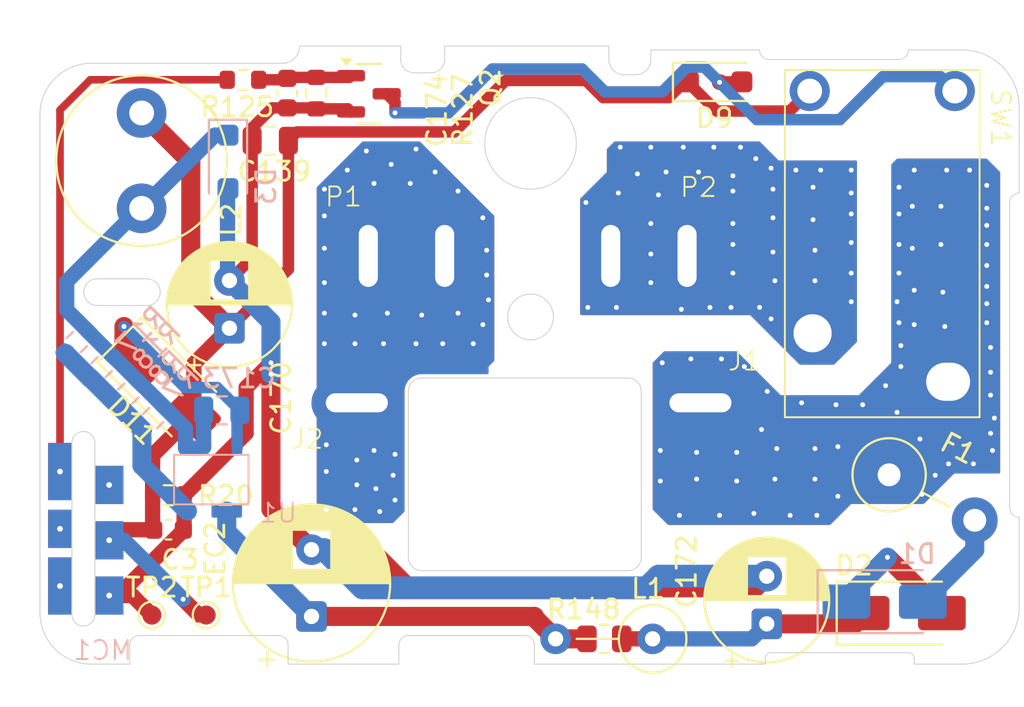
<source format=kicad_pcb>
(kicad_pcb (version 20241229) (generator "pcbnew") (generator_version "9.0")
  (title_block (date "2025-07-30"))
  (layers (0 "F.Cu" signal) (2 "B.Cu" signal) (13 "F.Paste" user) (15 "B.Paste" user) (5 "F.SilkS" user "F.Silkscreen") (7 "B.SilkS" user "B.Silkscreen") (1 "F.Mask" user) (3 "B.Mask" user) (25 "Edge.Cuts" user))
  (net 0 "")
  (net 1 "GND")
  (net 2 "+5V")
  (net 3 "Net-(D2-K)")
  (net 4 "Net-(D11-K)")
  (net 5 "/power supply/U1_GND")
  (net 6 "Net-(Q2-B)")
  (net 7 "FUSED_AC")
  (net 8 "Net-(D1-K)")
  (net 9 "Net-(D9-A)")
  (net 10 "/power supply/HVDC")
  (net 11 "/power control/LINE_IN")
  (net 12 "/power control/LINE_OUT")
  (net 13 "OUTPUT_ON")
  (net 14 "Net-(U1-CS)")
  (footprint "Package_TO_SOT_SMD:SOT-23" (layer "F.Cu") (at 134.625 88.8)
    (property "Reference" "Q2" (at 6.375 -0.325 90) (layer "F.SilkS"))
    (property "Value" "MMBT3904")
    (pad "1" smd roundrect (at -0.9375 -0.95) (size 1.475 0.6) (layers "F.Cu" "F.Mask" "F.Paste") (net 6 "Net-(Q2-B)"))
    (pad "2" smd roundrect (at -0.9375 0.95) (size 1.475 0.6) (layers "F.Cu" "F.Mask" "F.Paste") (net 1 "GND"))
    (pad "3" smd roundrect (at 0.9375 0) (size 1.475 0.6) (layers "F.Cu" "F.Mask" "F.Paste") (net 9 "Net-(D9-A)"))
  )
  (footprint "Capacitor_THT:CP_Radial_D6.3mm_P2.50mm" (layer "F.Cu") (at 155.475 116.589759 90)
    (property "Reference" "C172" (at 2.75 -4.2 90) (layer "F.SilkS"))
    (property "Value" "2.2µ")
    (pad "1" thru_hole roundrect (at 0 0 90) (size 1.6 1.6) (drill 0.8) (layers "*.Cu" "*.Mask") (roundrect_rratio 0.15625) (net 3 "Net-(D2-K)"))
    (pad "2" thru_hole circle (at 2.5 0 90) (size 1.6 1.6) (drill 0.8) (layers "*.Cu" "*.Mask") (net 1 "GND"))
  )
  (footprint "Resistor_SMD:R_0603_1608Metric" (layer "F.Cu") (at 124.125 109.845 180)
    (property "Reference" "R20" (at -3 -0.03 0) (layer "F.SilkS"))
    (property "Value" "510")
    (pad "1" smd roundrect (at -0.825 0 180) (size 0.8 0.95) (layers "F.Cu" "F.Mask" "F.Paste") (net 1 "GND"))
    (pad "2" smd roundrect (at 0.825 0 180) (size 0.8 0.95) (layers "F.Cu" "F.Mask" "F.Paste") (net 2 "+5V"))
  )
  (footprint "Capacitor_THT:CP_Radial_D6.3mm_P2.50mm" (layer "F.Cu") (at 127.325 101.089759 90)
    (property "Reference" "C170" (at -3.65 2.7 90) (layer "F.SilkS"))
    (property "Value" "470µ")
    (pad "1" thru_hole roundrect (at 0 0 90) (size 1.6 1.6) (drill 0.8) (layers "*.Cu" "*.Mask") (roundrect_rratio 0.15625) (net 2 "+5V"))
    (pad "2" thru_hole circle (at 2.5 0 90) (size 1.6 1.6) (drill 0.8) (layers "*.Cu" "*.Mask") (net 1 "GND"))
  )
  (footprint "Resistor_SMD:R_0603_1608Metric" (layer "F.Cu") (at 128.035 88.065 180)
    (property "Reference" "R125" (at 0.3 -1.43 0) (layer "F.SilkS"))
    (property "Value" "510")
    (pad "1" smd roundrect (at -0.825 0 180) (size 0.8 0.95) (layers "F.Cu" "F.Mask" "F.Paste") (net 6 "Net-(Q2-B)"))
    (pad "2" smd roundrect (at 0.825 0 180) (size 0.8 0.95) (layers "F.Cu" "F.Mask" "F.Paste") (net 13 "OUTPUT_ON"))
  )
  (footprint "TestPoint:TestPoint_Pad_D1.0mm" (layer "F.Cu") (at 123.259969 116.128711)
    (property "Reference" "TP2" (at 0 -1.448 0) (layer "F.SilkS"))
    (property "Value" "TestPoint" (hide yes))
    (pad "1" smd circle (at 0 0) (size 1 1) (layers "F.Cu" "F.Mask") (net 1 "GND"))
  )
  (footprint "designfootprints:NEMA_5R_slot" (layer "F.Cu") (at 149.3 97.3)
    (property "Reference" "P2" (at 2.6 -3.6 0) (layer "F.SilkS") (effects (font (thickness 0.1))))
    (property "Value" "Conn_01x01")
    (pad "1" thru_hole oval (at -2 0 90) (size 4.75 2.5) (drill oval 3.25 1) (layers "*.Cu" "*.Paste" "*.Mask") (net 12 "/power control/LINE_OUT"))
    (pad "1" thru_hole oval (at 2 0 90) (size 4.75 2.5) (drill oval 3.25 1) (layers "*.Cu" "*.Paste" "*.Mask") (net 12 "/power control/LINE_OUT"))
  )
  (footprint "Resistor_SMD:R_0805_2012Metric" (layer "F.Cu") (at 146.965 117.375 180)
    (property "Reference" "R148" (at 1.085 1.55 0) (layer "F.SilkS"))
    (property "Value" "3.6k")
    (pad "1" smd roundrect (at -0.9125 0 180) (size 1.025 1.4) (layers "F.Cu" "F.Mask" "F.Paste") (roundrect_rratio 0.243902) (net 3 "Net-(D2-K)"))
    (pad "2" smd roundrect (at 0.9125 0 180) (size 1.025 1.4) (layers "F.Cu" "F.Mask" "F.Paste") (roundrect_rratio 0.243902) (net 10 "/power supply/HVDC"))
  )
  (footprint "Diode_SMD:D_SOD-123F" (layer "F.Cu") (at 152.77 88.175)
    (property "Reference" "D9" (at -0.037 1.895 0) (layer "F.SilkS"))
    (property "Value" "SS14")
    (pad "1" smd roundrect (at -1.4 0) (size 1.1 1.1) (layers "F.Cu" "F.Mask" "F.Paste") (roundrect_rratio 0.2272727273) (net 2 "+5V"))
    (pad "2" smd roundrect (at 1.4 0) (size 1.1 1.1) (layers "F.Cu" "F.Mask" "F.Paste") (roundrect_rratio 0.2272727273) (net 9 "Net-(D9-A)"))
  )
  (footprint "designfootprints:NEMA_5P_pin" (layer "F.Cu") (at 152 105)
    (property "Reference" "J1" (at 2.3 -2.2 0) (layer "F.SilkS") (effects (font (thickness 0.1))))
    (property "Value" "Conn_01x01" (hide yes))
    (pad "1" thru_hole oval (at 0 0) (size 4.75 2.5) (drill oval 3.25 1) (layers "*.Cu" "*.Paste" "*.Mask") (net 11 "/power control/LINE_IN"))
  )
  (footprint "TestPoint:TestPoint_Pad_D1.0mm" (layer "F.Cu") (at 126.105 116.125)
    (property "Reference" "TP1" (at 0 -1.448 0) (layer "F.SilkS"))
    (property "Value" "TestPoint" (hide yes))
    (pad "1" smd circle (at 0 0) (size 1 1) (layers "F.Cu" "F.Mask") (net 2 "+5V"))
  )
  (footprint "Capacitor_SMD:C_0805_2012Metric" (layer "F.Cu") (at 129.465 91.255)
    (property "Reference" "C139" (at 0.203748 1.62 0) (layer "F.SilkS"))
    (property "Value" "C" (hide yes))
    (pad "1" smd roundrect (at -0.95 0) (size 1 1.45) (layers "F.Cu" "F.Mask" "F.Paste") (net 1 "GND"))
    (pad "2" smd roundrect (at 0.95 0) (size 1 1.45) (layers "F.Cu" "F.Mask" "F.Paste") (net 2 "+5V"))
  )
  (footprint "Resistor_THT:R_Axial_DIN0411_L9.9mm_D3.6mm_P5.08mm_Vertical" (layer "F.Cu") (at 161.885 108.775 -28)
    (property "Reference" "F1" (at 2.540001 -2.920001 152) (layer "F.SilkS"))
    (property "Value" "10Ω")
    (pad "1" thru_hole circle (at 0 0 332) (size 2.4 2.4) (drill 1.2) (layers "*.Cu" "*.Mask") (net 11 "/power control/LINE_IN"))
    (pad "2" thru_hole circle (at 5.080001 0 332) (size 2.4 2.4) (drill 1.2) (layers "*.Cu" "*.Mask") (net 7 "FUSED_AC"))
  )
  (footprint "Diode_SMD:D_SMA" (layer "F.Cu") (at 124.05 104.175 -45)
    (property "Reference" "D11" (at -0.042426 2.513387 135) (layer "F.SilkS"))
    (property "Value" "M7")
    (pad "1" smd roundrect (at -2.000001 0 315) (size 2.5 1.8) (layers "F.Cu" "F.Mask" "F.Paste") (roundrect_rratio 0.1388888889) (net 4 "Net-(D11-K)"))
    (pad "2" smd roundrect (at 2.000001 0 315) (size 2.5 1.8) (layers "F.Cu" "F.Mask" "F.Paste") (roundrect_rratio 0.1388888889) (net 2 "+5V"))
  )
  (footprint "Inductor_THT:L_Radial_D8.7mm_P5.00mm_Fastron_07HCP" (layer "F.Cu") (at 122.725 94.805 90)
    (property "Reference" "L2" (at -0.6 4.7 90) (layer "F.SilkS"))
    (property "Value" "470µH")
    (pad "1" thru_hole circle (at 0 0 90) (size 2.6 2.6) (drill 1.3) (layers "*.Cu" "*.Mask") (net 5 "/power supply/U1_GND"))
    (pad "2" thru_hole circle (at 5 0 90) (size 2.6 2.6) (drill 1.3) (layers "*.Cu" "*.Mask") (net 2 "+5V"))
  )
  (footprint "Capacitor_SMD:C_0603_1608Metric" (layer "F.Cu") (at 130.355 88.765 -90)
    (property "Reference" "C174" (at 0.9 -7.83 90) (layer "F.SilkS"))
    (property "Value" "C" (hide yes))
    (pad "1" smd roundrect (at -0.775 0 270) (size 0.9 0.95) (layers "F.Cu" "F.Mask" "F.Paste") (net 6 "Net-(Q2-B)"))
    (pad "2" smd roundrect (at 0.775 0 270) (size 0.9 0.95) (layers "F.Cu" "F.Mask" "F.Paste") (net 1 "GND"))
  )
  (footprint "Capacitor_SMD:C_0603_1608Metric" (layer "F.Cu") (at 124.135 111.655)
    (property "Reference" "C3" (at 0.6 1.57 0) (layer "F.SilkS"))
    (property "Value" "10µ")
    (pad "1" smd roundrect (at -0.775 0) (size 0.9 0.95) (layers "F.Cu" "F.Mask" "F.Paste") (net 2 "+5V"))
    (pad "2" smd roundrect (at 0.775 0) (size 0.9 0.95) (layers "F.Cu" "F.Mask" "F.Paste") (net 1 "GND"))
  )
  (footprint "designfootprints:NEMA_5R_slot" (layer "F.Cu") (at 136.6 97.3)
    (property "Reference" "P1" (at -3.3 -3.1 0) (layer "F.SilkS") (effects (font (thickness 0.1))))
    (property "Value" "Conn_01x01")
    (pad "1" thru_hole oval (at -2 0 90) (size 4.75 2.5) (drill oval 3.25 1) (layers "*.Cu" "*.Paste" "*.Mask") (net 1 "GND"))
    (pad "1" thru_hole oval (at 2 0 90) (size 4.75 2.5) (drill oval 3.25 1) (layers "*.Cu" "*.Paste" "*.Mask") (net 1 "GND"))
  )
  (footprint "Capacitor_THT:CP_Radial_D8.0mm_P3.50mm" (layer "F.Cu") (at 131.625 116.200302 90)
    (property "Reference" "EC2" (at 3.55 -5.05 90) (layer "F.SilkS"))
    (property "Value" "10µ")
    (pad "1" thru_hole roundrect (at 0 0 90) (size 1.6 1.6) (drill 0.8) (layers "*.Cu" "*.Mask") (roundrect_rratio 0.15625) (net 10 "/power supply/HVDC"))
    (pad "2" thru_hole circle (at 3.5 0 90) (size 1.6 1.6) (drill 0.8) (layers "*.Cu" "*.Mask") (net 1 "GND"))
  )
  (footprint "Inductor_THT:L_Axial_L7.0mm_D3.3mm_P5.08mm_Vertical_Fastron_MICC" (layer "F.Cu") (at 149.495 117.375 180)
    (property "Reference" "L1" (at 0.24 2.63 0) (layer "F.SilkS"))
    (property "Value" "470µH")
    (pad "1" thru_hole circle (at 0 0 180) (size 1.6 1.6) (drill 0.8) (layers "*.Cu" "*.Mask") (net 3 "Net-(D2-K)"))
    (pad "2" thru_hole circle (at 5.08 0 180) (size 1.6 1.6) (drill 0.8) (layers "*.Cu" "*.Mask") (net 10 "/power supply/HVDC"))
  )
  (footprint "designfootprints:NEMA_5P_pin" (layer "F.Cu") (at 134 105)
    (property "Reference" "J2" (at -2.6 1.9 0) (layer "F.SilkS") (effects (font (thickness 0.1))))
    (property "Value" "Conn_01x01" (hide yes))
    (pad "1" thru_hole oval (at 0 0) (size 4.75 2.5) (drill oval 3.25 1) (layers "*.Cu" "*.Paste" "*.Mask") (net 1 "GND"))
  )
  (footprint "Diode_SMD:D_SMA" (layer "F.Cu") (at 162.65 116.025)
    (property "Reference" "D2" (at -2.6 -2.5 0) (layer "F.SilkS"))
    (property "Value" "M7")
    (pad "1" smd roundrect (at -2 0) (size 2.5 1.8) (layers "F.Cu" "F.Mask" "F.Paste") (roundrect_rratio 0.1388888889) (net 3 "Net-(D2-K)"))
    (pad "2" smd roundrect (at 2 0) (size 2.5 1.8) (layers "F.Cu" "F.Mask" "F.Paste") (roundrect_rratio 0.1388888889) (net 8 "Net-(D1-K)"))
  )
  (footprint "designfootprints:Relay_SPST_Churod_A16" (layer "F.Cu") (at 165.325 88.655 -90)
    (property "Reference" "SW1" (at 1.4 -2.4 270) (layer "F.SilkS") (effects (font (thickness 0.1))))
    (property "Value" "Relay_SPST-NO")
    (pad "13" thru_hole circle (at 12.7 7.45 270) (size 3.3 3.3) (drill 2) (layers "*.Cu" "*.Mask") (net 12 "/power control/LINE_OUT"))
    (pad "14" thru_hole circle (at 15.24 0.35 270) (size 3.3 3.3) (drill oval 2 2.3) (layers "*.Cu" "*.Mask") (net 11 "/power control/LINE_IN"))
    (pad "A1" thru_hole circle (at 0 0 270) (size 2.1 2.1) (drill 1.3) (layers "*.Cu" "*.Paste" "*.Mask") (net 9 "Net-(D9-A)"))
    (pad "A2" thru_hole circle (at 0 7.6 270) (size 2.1 2.1) (drill 1.3) (layers "*.Cu" "*.Mask") (net 2 "+5V"))
  )
  (footprint "Resistor_SMD:R_0603_1608Metric" (layer "F.Cu") (at 131.875 88.765 90)
    (property "Reference" "R127" (at -0.9 7.67 90) (layer "F.SilkS"))
    (property "Value" "10k")
    (pad "1" smd roundrect (at -0.825 0 90) (size 0.8 0.95) (layers "F.Cu" "F.Mask" "F.Paste") (net 1 "GND"))
    (pad "2" smd roundrect (at 0.825 0 90) (size 0.8 0.95) (layers "F.Cu" "F.Mask" "F.Paste") (net 6 "Net-(Q2-B)"))
  )
  (footprint "Capacitor_SMD:C_0805_2012Metric" (layer "B.Cu") (at 126.925 105.395 180)
    (property "Reference" "C173" (at -0.9 1.68 0) (layer "B.SilkS") (effects (justify mirror)))
    (property "Value" "1µ")
    (pad "1" smd roundrect (at -0.95 0 180) (size 1 1.45) (layers "B.Cu" "B.Mask" "B.Paste") (net 4 "Net-(D11-K)"))
    (pad "2" smd roundrect (at 0.95 0 180) (size 1 1.45) (layers "B.Cu" "B.Mask" "B.Paste") (net 5 "/power supply/U1_GND"))
  )
  (footprint "designfootprints:MCU_interface" (layer "B.Cu") (at 119.675 111.605 -90)
    (property "Reference" "MC1" (at 6.37 -2.62 0) (layer "B.SilkS") (effects (font (thickness 0.1)) (justify left mirror)))
    (property "Value" "Conn_01x03" (hide yes))
    (fp_line (start -4.5 0.6) (end 4.5 0.6) (stroke (width 0.05)) (layer "Edge.Cuts"))
    (fp_line (start -4.5 -0.6) (end 4.5 -0.6) (stroke (width 0.05)) (layer "Edge.Cuts"))
    (fp_arc (start -4.5 0.6) (mid -5.1 0) (end -4.5 -0.6) (stroke (width 0.05)) (layer "Edge.Cuts"))
    (fp_arc (start 4.5 -0.6) (mid 5.1 0) (end 4.5 0.6) (stroke (width 0.05)) (layer "Edge.Cuts"))
    (pad "" thru_hole rect (at -2.3 -1.35 270) (size 2 1.5) (drill 0.3) (layers "*.Cu" "*.Mask"))
    (pad "" thru_hole rect (at 0 1.225 270) (size 2 1.25) (drill 0.3) (layers "*.Cu" "*.Mask"))
    (pad "" thru_hole rect (at 3 1.225 270) (size 3 1.25) (drill 0.3) (layers "*.Cu" "*.Mask"))
    (pad "1" thru_hole rect (at 3.5 -1.35 270) (size 2 1.5) (drill 0.3) (layers "*.Cu" "*.Mask") (net 1 "GND"))
    (pad "2" thru_hole rect (at 0.6 -1.35 270) (size 2 1.5) (drill 0.3) (layers "*.Cu" "*.Mask") (net 2 "+5V"))
    (pad "3" thru_hole rect (at -3 1.225 270) (size 3 1.25) (drill 0.3) (layers "*.Cu" "*.Mask") (net 13 "OUTPUT_ON"))
  )
  (footprint "Resistor_SMD:R_0603_1608Metric" (layer "B.Cu") (at 122.025 104.515 -135)
    (property "Reference" "R8" (at -2.333452 -0.479188 45) (layer "B.SilkS") (effects (justify mirror)))
    (property "Value" "1.3")
    (pad "1" smd roundrect (at -0.825 0 225) (size 0.8 0.95) (layers "B.Cu" "B.Mask" "B.Paste") (net 5 "/power supply/U1_GND"))
    (pad "2" smd roundrect (at 0.825 0 225) (size 0.8 0.95) (layers "B.Cu" "B.Mask" "B.Paste") (net 14 "Net-(U1-CS)"))
  )
  (footprint "Diode_SMD:D_SMA" (layer "B.Cu") (at 161.65 115.425)
    (property "Reference" "D1" (at 1.7 -2.5 0) (layer "B.SilkS") (effects (justify mirror)))
    (property "Value" "M7")
    (pad "1" smd roundrect (at -2 0) (size 2.5 1.8) (layers "B.Cu" "B.Mask" "B.Paste") (roundrect_rratio 0.1388888889) (net 8 "Net-(D1-K)"))
    (pad "2" smd roundrect (at 2 0) (size 2.5 1.8) (layers "B.Cu" "B.Mask" "B.Paste") (roundrect_rratio 0.1388888889) (net 7 "FUSED_AC"))
  )
  (footprint "Resistor_SMD:R_0603_1608Metric" (layer "B.Cu") (at 120.625 103.135 -135)
    (property "Reference" "R18" (at -2.828427 -1.257005 45) (layer "B.SilkS") (effects (justify mirror)))
    (property "Value" "1.3")
    (pad "1" smd roundrect (at -0.825 0 225) (size 0.8 0.95) (layers "B.Cu" "B.Mask" "B.Paste") (net 5 "/power supply/U1_GND"))
    (pad "2" smd roundrect (at 0.825 0 225) (size 0.8 0.95) (layers "B.Cu" "B.Mask" "B.Paste") (net 14 "Net-(U1-CS)"))
  )
  (footprint "Resistor_SMD:R_0603_1608Metric" (layer "B.Cu") (at 123.325 105.805 -135)
    (property "Reference" "R7" (at -2.333452 0.227919 45) (layer "B.SilkS") (effects (justify mirror)))
    (property "Value" "1.3")
    (pad "1" smd roundrect (at -0.825 0 225) (size 0.8 0.95) (layers "B.Cu" "B.Mask" "B.Paste") (net 5 "/power supply/U1_GND"))
    (pad "2" smd roundrect (at 0.825 0 225) (size 0.8 0.95) (layers "B.Cu" "B.Mask" "B.Paste") (net 14 "Net-(U1-CS)"))
  )
  (footprint "designfootprints:BrightSemi_BP2525" (layer "B.Cu") (at 126.375 109.025 -90)
    (property "Reference" "U1" (at 1.75 -3.5 0) (layer "B.SilkS") (effects (font (thickness 0.1)) (justify mirror)))
    (property "Value" "BP2525")
    (pad "1" smd roundrect (at -1.65 1.35 270) (size 0.7 0.54) (layers "B.Cu" "B.Mask" "B.Paste") (roundrect_rratio 0.15) (net 5 "/power supply/U1_GND"))
    (pad "2" smd roundrect (at -1.65 0.45 270) (size 0.7 0.54) (layers "B.Cu" "B.Mask" "B.Paste") (roundrect_rratio 0.15) (net 5 "/power supply/U1_GND"))
    (pad "3" smd roundrect (at -1.65 -1.35 270) (size 0.7 0.54) (layers "B.Cu" "B.Mask" "B.Paste") (roundrect_rratio 0.15) (net 4 "Net-(D11-K)"))
    (pad "4" smd roundrect (at 1.65 -0.81 270) (size 0.7 1.6) (layers "B.Cu" "B.Mask" "B.Paste") (roundrect_rratio 0.15) (net 10 "/power supply/HVDC"))
    (pad "5" smd roundrect (at 1.65 1.25 270) (size 0.7 0.8) (layers "B.Cu" "B.Mask" "B.Paste") (roundrect_rratio 0.15) (net 14 "Net-(U1-CS)"))
  )
  (footprint "Resistor_SMD:R_0603_1608Metric" (layer "B.Cu") (at 119.325 101.825 -135)
    (property "Reference" "R17" (at -2.828427 -1.964112 45) (layer "B.SilkS") (effects (justify mirror)))
    (property "Value" "1.3")
    (pad "1" smd roundrect (at -0.825 0 225) (size 0.8 0.95) (layers "B.Cu" "B.Mask" "B.Paste") (net 5 "/power supply/U1_GND"))
    (pad "2" smd roundrect (at 0.825 0 225) (size 0.8 0.95) (layers "B.Cu" "B.Mask" "B.Paste") (net 14 "Net-(U1-CS)"))
  )
  (footprint "Diode_SMD:D_SOD-123F" (layer "B.Cu") (at 127.25 92.37 -90)
    (property "Reference" "D3" (at 1.273 -1.995 90) (layer "B.SilkS") (effects (justify mirror)))
    (property "Value" "E1J")
    (pad "1" smd roundrect (at -1.4 0 270) (size 1.1 1.1) (layers "B.Cu" "B.Mask" "B.Paste") (roundrect_rratio 0.2272727273) (net 5 "/power supply/U1_GND"))
    (pad "2" smd roundrect (at 1.4 0 270) (size 1.1 1.1) (layers "B.Cu" "B.Mask" "B.Paste") (roundrect_rratio 0.2272727273) (net 1 "GND"))
  )
  (gr_arc (start 123 98.5) (mid 123.7 99.2) (end 123 99.9) (stroke (width 0.05)) (layer "Edge.Cuts"))
  (gr_line (start 136.7 104.4) (end 136.7 113.1) (stroke (width 0.05)) (layer "Edge.Cuts"))
  (gr_line (start 147.2 87) (end 147.2 86.3) (stroke (width 0.05)) (layer "Edge.Cuts"))
  (gr_arc (start 117.4 89.9) (mid 118.190812 87.990812) (end 120.1 87.2) (stroke (width 0.05)) (layer "Edge.Cuts"))
  (gr_arc (start 131 86.3) (mid 130.736396 86.936396) (end 130.1 87.2) (stroke (width 0.05)) (layer "Edge.Cuts"))
  (gr_line (start 137.4 113.8) (end 148.2 113.8) (stroke (width 0.05)) (layer "Edge.Cuts"))
  (gr_arc (start 120.1 118.7) (mid 118.190812 117.909188) (end 117.4 116) (stroke (width 0.05)) (layer "Edge.Cuts"))
  (gr_line (start 130.1 87.2) (end 120.1 87.2) (stroke (width 0.05)) (layer "Edge.Cuts"))
  (gr_arc (start 162.9 86.5) (mid 162.753553 86.853553) (end 162.4 87) (stroke (width 0.05)) (layer "Edge.Cuts"))
  (gr_arc (start 142.8 117.2) (mid 143.153553 117.346447) (end 143.3 117.7) (stroke (width 0.05)) (layer "Edge.Cuts"))
  (gr_line (start 155.4 118.4) (end 155.4 118.7) (stroke (width 0.05)) (layer "Edge.Cuts"))
  (gr_line (start 155.7 118.1) (end 162.9 118.1) (stroke (width 0.05)) (layer "Edge.Cuts"))
  (gr_arc (start 155.6 87) (mid 155.246447 86.853553) (end 155.1 86.5) (stroke (width 0.05)) (layer "Edge.Cuts"))
  (gr_arc (start 136.7 104.4) (mid 136.905025 103.905025) (end 137.4 103.7) (stroke (width 0.05)) (layer "Edge.Cuts"))
  (gr_line (start 122.1 118.7) (end 122.1 117.7) (stroke (width 0.05)) (layer "Edge.Cuts"))
  (gr_circle (center 143.1 100.5) (end 144.3 100.5) (stroke (width 0.05)) (fill no) (layer "Edge.Cuts"))
  (gr_line (start 137.9 87.7) (end 137 87.7) (stroke (width 0.05)) (layer "Edge.Cuts"))
  (gr_arc (start 148 87.8) (mid 147.434315 87.565685) (end 147.2 87) (stroke (width 0.05)) (layer "Edge.Cuts"))
  (gr_arc (start 137.4 113.8) (mid 136.905025 113.594975) (end 136.7 113.1) (stroke (width 0.05)) (layer "Edge.Cuts"))
  (gr_arc (start 168.2 94.5) (mid 168.346447 94.146447) (end 168.7 94) (stroke (width 0.05)) (layer "Edge.Cuts"))
  (gr_arc (start 148.2 103.7) (mid 148.694975 103.905025) (end 148.9 104.4) (stroke (width 0.05)) (layer "Edge.Cuts"))
  (gr_arc (start 129.9 117.2) (mid 130.253553 117.346447) (end 130.4 117.7) (stroke (width 0.05)) (layer "Edge.Cuts"))
  (gr_line (start 143.3 118.7) (end 143.3 117.7) (stroke (width 0.05)) (layer "Edge.Cuts"))
  (gr_line (start 165.7 86.5) (end 162.9 86.5) (stroke (width 0.05)) (layer "Edge.Cuts"))
  (gr_line (start 147.2 86.3) (end 138.6 86.3) (stroke (width 0.05)) (layer "Edge.Cuts"))
  (gr_line (start 163.2 118.4) (end 163.2 118.7) (stroke (width 0.05)) (layer "Edge.Cuts"))
  (gr_line (start 130.4 117.7) (end 130.4 118.7) (stroke (width 0.05)) (layer "Edge.Cuts"))
  (gr_line (start 168.7 115.7) (end 168.7 111) (stroke (width 0.05)) (layer "Edge.Cuts"))
  (gr_circle (center 143.1 91.4) (end 145.5 91.4) (stroke (width 0.05)) (fill no) (layer "Edge.Cuts"))
  (gr_line (start 137.4 103.7) (end 148.2 103.7) (stroke (width 0.05)) (layer "Edge.Cuts"))
  (gr_line (start 149.4 86.5) (end 149.4 87) (stroke (width 0.05)) (layer "Edge.Cuts"))
  (gr_line (start 130.4 118.7) (end 136.2 118.7) (stroke (width 0.05)) (layer "Edge.Cuts"))
  (gr_line (start 136.7 117.2) (end 142.8 117.2) (stroke (width 0.05)) (layer "Edge.Cuts"))
  (gr_line (start 136.3 87) (end 136.3 86.3) (stroke (width 0.05)) (layer "Edge.Cuts"))
  (gr_arc (start 136.2 117.7) (mid 136.346447 117.346447) (end 136.7 117.2) (stroke (width 0.05)) (layer "Edge.Cuts"))
  (gr_arc (start 138.6 87) (mid 138.394975 87.494975) (end 137.9 87.7) (stroke (width 0.05)) (layer "Edge.Cuts"))
  (gr_line (start 136.2 118.7) (end 136.2 117.7) (stroke (width 0.05)) (layer "Edge.Cuts"))
  (gr_arc (start 168.7 115.7) (mid 167.82132 117.82132) (end 165.7 118.7) (stroke (width 0.05)) (layer "Edge.Cuts"))
  (gr_line (start 122.6 117.2) (end 129.9 117.2) (stroke (width 0.05)) (layer "Edge.Cuts"))
  (gr_arc (start 149.4 87) (mid 149.165685 87.565685) (end 148.6 87.8) (stroke (width 0.05)) (layer "Edge.Cuts"))
  (gr_line (start 143.3 118.7) (end 155.4 118.7) (stroke (width 0.05)) (layer "Edge.Cuts"))
  (gr_arc (start 137 87.7) (mid 136.505025 87.494975) (end 136.3 87) (stroke (width 0.05)) (layer "Edge.Cuts"))
  (gr_line (start 148.9 104.4) (end 148.9 113.1) (stroke (width 0.05)) (layer "Edge.Cuts"))
  (gr_line (start 155.1 86.5) (end 149.4 86.5) (stroke (width 0.05)) (layer "Edge.Cuts"))
  (gr_line (start 138.6 86.3) (end 138.6 87) (stroke (width 0.05)) (layer "Edge.Cuts"))
  (gr_line (start 163.2 118.7) (end 165.7 118.7) (stroke (width 0.05)) (layer "Edge.Cuts"))
  (gr_line (start 117.4 89.9) (end 117.4 116) (stroke (width 0.05)) (layer "Edge.Cuts"))
  (gr_line (start 123 99.9) (end 120.4 99.9) (stroke (width 0.05)) (layer "Edge.Cuts"))
  (gr_line (start 162.4 87) (end 155.6 87) (stroke (width 0.05)) (layer "Edge.Cuts"))
  (gr_arc (start 165.7 86.5) (mid 167.82132 87.37868) (end 168.7 89.5) (stroke (width 0.05)) (layer "Edge.Cuts"))
  (gr_arc (start 120.4 99.9) (mid 119.7 99.2) (end 120.4 98.5) (stroke (width 0.05)) (layer "Edge.Cuts"))
  (gr_line (start 136.3 86.3) (end 131 86.3) (stroke (width 0.05)) (layer "Edge.Cuts"))
  (gr_arc (start 168.7 111) (mid 168.346447 110.853553) (end 168.2 110.5) (stroke (width 0.05)) (layer "Edge.Cuts"))
  (gr_arc (start 155.4 118.4) (mid 155.487868 118.187868) (end 155.7 118.1) (stroke (width 0.05)) (layer "Edge.Cuts"))
  (gr_arc (start 122.1 117.7) (mid 122.246447 117.346447) (end 122.6 117.2) (stroke (width 0.05)) (layer "Edge.Cuts"))
  (gr_line (start 148.6 87.8) (end 148 87.8) (stroke (width 0.05)) (layer "Edge.Cuts"))
  (gr_arc (start 162.9 118.1) (mid 163.112132 118.187868) (end 163.2 118.4) (stroke (width 0.05)) (layer "Edge.Cuts"))
  (gr_line (start 120.4 98.5) (end 123 98.5) (stroke (width 0.05)) (layer "Edge.Cuts"))
  (gr_line (start 168.7 94) (end 168.7 89.5) (stroke (width 0.05)) (layer "Edge.Cuts"))
  (gr_arc (start 148.9 113.1) (mid 148.694975 113.594975) (end 148.2 113.8) (stroke (width 0.05)) (layer "Edge.Cuts"))
  (gr_line (start 120.1 118.7) (end 122.1 118.7) (stroke (width 0.05)) (layer "Edge.Cuts"))
  (gr_line (start 168.2 110.5) (end 168.2 94.5) (stroke (width 0.05)) (layer "Edge.Cuts"))
  (segment (start 129.5 110.575302) (end 129.5 103.5) (width 1) (layer "F.Cu") (net 1))
  (segment (start 124.91 111.655) (end 124.91 111.69) (width 0.8) (layer "F.Cu") (net 1))
  (segment (start 134.1 104.96) (end 133.965 104.825) (width 1) (layer "F.Cu") (net 1))
  (segment (start 128.515 97.399759) (end 127.325 98.589759) (width 0.6) (layer "F.Cu") (net 1))
  (segment (start 129.56 89.54) (end 128.515 90.585) (width 0.6) (layer "F.Cu") (net 1))
  (segment (start 130.355 89.54) (end 131.825 89.54) (width 0.6) (layer "F.Cu") (net 1))
  (segment (start 124.95 109.845) (end 124.95 111.615) (width 0.8) (layer "F.Cu") (net 1))
  (segment (start 154.864759 114.7) (end 136.7 114.7) (width 1) (layer "F.Cu") (net 1))
  (segment (start 124.91 111.69) (end 121.495 115.105) (width 0.8) (layer "F.Cu") (net 1))
  (segment (start 155.475 114.089759) (end 154.864759 114.7) (width 1) (layer "F.Cu") (net 1))
  (segment (start 128.515 90.585) (end 128.515 91.255) (width 0.6) (layer "F.Cu") (net 1))
  (segment (start 121.025 115.105) (end 122.236258 115.105) (width 0.8) (layer "F.Cu") (net 1))
  (segment (start 129.5 103.5) (end 129.5 102.9) (width 1) (layer "F.Cu") (net 1))
  (segment (start 122.236258 115.105) (end 123.259969 116.128711) (width 0.8) (layer "F.Cu") (net 1))
  (segment (start 128.2 104.2) (end 129.5 102.9) (width 0.8) (layer "F.Cu") (net 1))
  (segment (start 128.515 91.255) (end 128.515 97.399759) (width 0.6) (layer "F.Cu") (net 1))
  (segment (start 121.495 115.105) (end 121.025 115.105) (width 0.8) (layer "F.Cu") (net 1))
  (segment (start 124.95 109.845) (end 128.2 106.595) (width 0.8) (layer "F.Cu") (net 1))
  (segment (start 131.825 89.54) (end 131.875 89.59) (width 0.6) (layer "F.Cu") (net 1))
  (segment (start 131.625 112.700302) (end 129.5 110.575302) (width 1) (layer "F.Cu") (net 1))
  (segment (start 136.7 114.7) (end 133.9 111.9) (width 1) (layer "F.Cu") (net 1))
  (segment (start 133.9 111.9) (end 133.9 110.6) (width 1) (layer "F.Cu") (net 1))
  (segment (start 124.95 111.615) (end 124.91 111.655) (width 0.8) (layer "F.Cu") (net 1))
  (segment (start 130.355 89.54) (end 129.56 89.54) (width 0.6) (layer "F.Cu") (net 1))
  (segment (start 133.5275 89.59) (end 133.6875 89.75) (width 0.6) (layer "F.Cu") (net 1))
  (segment (start 128.2 106.595) (end 128.2 104.2) (width 0.8) (layer "F.Cu") (net 1))
  (segment (start 131.875 89.59) (end 133.5275 89.59) (width 0.6) (layer "F.Cu") (net 1))
  (via (at 134 109.3) (size 0.508) (drill 0.254) (layers "F.Cu" "B.Cu") (net 1))
  (via (at 140.6 95.3) (size 0.508) (drill 0.254) (layers "F.Cu" "B.Cu") (net 1))
  (via (at 133.9 100.4) (size 0.508) (drill 0.254) (layers "F.Cu" "B.Cu") (net 1))
  (via (at 139.3 93.9) (size 0.508) (drill 0.254) (layers "F.Cu" "B.Cu") (net 1))
  (via (at 137.1 91.7) (size 0.508) (drill 0.254) (layers "F.Cu" "B.Cu") (net 1))
  (via (at 137.4 100.4) (size 0.508) (drill 0.254) (layers "F.Cu" "B.Cu") (net 1))
  (via (at 135.6 100.3) (size 0.508) (drill 0.254) (layers "F.Cu" "B.Cu") (net 1))
  (via (at 138.5 101.9) (size 0.508) (drill 0.254) (layers "F.Cu" "B.Cu") (net 1))
  (via (at 134.5 91.8) (size 0.508) (drill 0.254) (layers "F.Cu" "B.Cu") (net 1))
  (via (at 132.3 93.8) (size 0.508) (drill 0.254) (layers "F.Cu" "B.Cu") (net 1))
  (via (at 132.3 101.9) (size 0.508) (drill 0.254) (layers "F.Cu" "B.Cu") (net 1))
  (via (at 134 108) (size 0.508) (drill 0.254) (layers "F.Cu" "B.Cu") (net 1))
  (via (at 140.8 98.3) (size 0.508) (drill 0.254) (layers "F.Cu" "B.Cu") (net 1))
  (via (at 136.8 93.5) (size 0.508) (drill 0.254) (layers "F.Cu" "B.Cu") (net 1))
  (via (at 132.4 107.2) (size 0.508) (drill 0.254) (layers "F.Cu" "B.Cu") (net 1))
  (via (at 134.9 93.5) (size 0.508) (drill 0.254) (layers "F.Cu" "B.Cu") (net 1))
  (via (at 135 109.5) (size 0.508) (drill 0.254) (layers "F.Cu" "B.Cu") (net 1))
  (via (at 132.3 98.7) (size 0.508) (drill 0.254) (layers "F.Cu" "B.Cu") (net 1))
  (via (at 129.5 103.5) (size 0.508) (drill 0.254) (layers "F.Cu" "B.Cu") (net 1))
  (via (at 132.4 110.6) (size 0.508) (drill 0.254) (layers "F.Cu" "B.Cu") (net 1))
  (via (at 132.3 100.3) (size 0.508) (drill 0.254) (layers "F.Cu" "B.Cu") (net 1))
  (via (at 137.1 101.9) (size 0.508) (drill 0.254) (layers "F.Cu" "B.Cu") (net 1))
  (via (at 140.8 97) (size 0.508) (drill 0.254) (layers "F.Cu" "B.Cu") (net 1))
  (via (at 140.6 100.9) (size 0.508) (drill 0.254) (layers "F.Cu" "B.Cu") (net 1))
  (via (at 135.9 108.8) (size 0.508) (drill 0.254) (layers "F.Cu" "B.Cu") (net 1))
  (via (at 132.4 108.6) (size 0.508) (drill 0.254) (layers "F.Cu" "B.Cu") (net 1))
  (via (at 136 110.1) (size 0.508) (drill 0.254) (layers "F.Cu" "B.Cu") (net 1))
  (via (at 133.9 110.6) (size 0.508) (drill 0.254) (layers "F.Cu" "B.Cu") (net 1))
  (via (at 140.9 99.6) (size 0.508) (drill 0.254) (layers "F.Cu" "B.Cu") (net 1))
  (via (at 133.5 92.8) (size 0.508) (drill 0.254) (layers "F.Cu" "B.Cu") (net 1))
  (via (at 132.3 95.2) (size 0.508) (drill 0.254) (layers "F.Cu" "B.Cu") (net 1))
  (via (at 134.9 107.5) (size 0.508) (drill 0.254) (layers "F.Cu" "B.Cu") (net 1))
  (via (at 136 107.7) (size 0.508) (drill 0.254) (layers "F.Cu" "B.Cu") (net 1))
  (via (at 133.9 101.9) (size 0.508) (drill 0.254) (layers "F.Cu" "B.Cu") (net 1))
  (via (at 138.1 92.9) (size 0.508) (drill 0.254) (layers "F.Cu" "B.Cu") (net 1))
  (via (at 129.5 102.9) (size 0.6) (drill 0.254) (layers "F.Cu" "B.Cu") (net 1))
  (via (at 135.2 110.7) (size 0.508) (drill 0.254) (layers "F.Cu" "B.Cu") (net 1))
  (via (at 135.4 101.9) (size 0.508) (drill 0.254) (layers "F.Cu" "B.Cu") (net 1))
  (via (at 132.3 96.9) (size 0.508) (drill 0.254) (layers "F.Cu" "B.Cu") (net 1))
  (via (at 135.8 92.5) (size 0.508) (drill 0.254) (layers "F.Cu" "B.Cu") (net 1))
  (via (at 139.3 100.3) (size 0.508) (drill 0.254) (layers "F.Cu" "B.Cu") (net 1))
  (via (at 140.1 101.9) (size 0.508) (drill 0.254) (layers "F.Cu" "B.Cu") (net 1))
  (segment (start 127.325 98.589759) (end 129.5 100.764759) (width 1) (layer "B.Cu") (net 1))
  (segment (start 134.3 114.7) (end 132.300302 112.700302) (width 1.2) (layer "B.Cu") (net 1))
  (segment (start 149.810241 114.089759) (end 149.2 114.7) (width 1.2) (layer "B.Cu") (net 1))
  (segment (start 132.300302 112.700302) (end 131.625 112.700302) (width 1.2) (layer "B.Cu") (net 1))
  (segment (start 127.225 98.489759) (end 127.325 98.589759) (width 0.8) (layer "B.Cu") (net 1))
  (segment (start 149.2 114.7) (end 134.3 114.7) (width 1.2) (layer "B.Cu") (net 1))
  (segment (start 129.5 100.764759) (end 129.5 103.5) (width 1) (layer "B.Cu") (net 1))
  (segment (start 127.225 93.77) (end 127.225 98.489759) (width 0.8) (layer "B.Cu") (net 1))
  (segment (start 155.475 114.089759) (end 149.810241 114.089759) (width 1.2) (layer "B.Cu") (net 1))
  (segment (start 146.000658 88.100658) (end 146.9 89) (width 0.6) (layer "F.Cu") (net 2))
  (segment (start 125.464214 102.950545) (end 127.325 101.089759) (width 0.8) (layer "F.Cu") (net 2))
  (segment (start 125.3 99.064759) (end 127.325 101.089759) (width 1) (layer "F.Cu") (net 2))
  (segment (start 150.335 89) (end 151.24 88.095) (width 0.6) (layer "F.Cu") (net 2))
  (segment (start 130.87 90.8) (end 139.1 90.8) (width 0.6) (layer "F.Cu") (net 2))
  (segment (start 125.464214 105.589214) (end 125.464214 102.950545) (width 0.8) (layer "F.Cu") (net 2))
  (segment (start 156.675 89.705) (end 157.725 88.655) (width 0.6) (layer "F.Cu") (net 2))
  (segment (start 123.3 109.845) (end 123.3 111.595) (width 0.8) (layer "F.Cu") (net 2))
  (segment (start 151.24 88.095) (end 152.85 89.705) (width 0.6) (layer "F.Cu") (net 2))
  (segment (start 130.415 91.255) (end 130.87 90.8) (width 0.6) (layer "F.Cu") (net 2))
  (segment (start 146.9 89) (end 150.335 89) (width 0.6) (layer "F.Cu") (net 2))
  (segment (start 141.799342 88.100658) (end 146.000658 88.100658) (width 0.6) (layer "F.Cu") (net 2))
  (segment (start 130.415 91.255) (end 130.415 97.999759) (width 0.6) (layer "F.Cu") (net 2))
  (segment (start 130.415 97.999759) (end 127.325 101.089759) (width 0.6) (layer "F.Cu") (net 2))
  (segment (start 123.3 109.845) (end 123.3 107.753428) (width 0.8) (layer "F.Cu") (net 2))
  (segment (start 125.3 92.38) (end 125.3 99.064759) (width 1) (layer "F.Cu") (net 2))
  (segment (start 123.3 107.753428) (end 125.464214 105.589214) (width 0.8) (layer "F.Cu") (net 2))
  (segment (start 139.1 90.8) (end 141.799342 88.100658) (width 0.6) (layer "F.Cu") (net 2))
  (segment (start 123.3 111.595) (end 123.36 111.655) (width 0.8) (layer "F.Cu") (net 2))
  (segment (start 122.725 89.805) (end 125.3 92.38) (width 1) (layer "F.Cu") (net 2))
  (segment (start 121.575 111.655) (end 121.025 112.205) (width 0.8) (layer "F.Cu") (net 2))
  (segment (start 123.36 111.655) (end 121.575 111.655) (width 0.8) (layer "F.Cu") (net 2))
  (segment (start 152.85 89.705) (end 156.675 89.705) (width 0.6) (layer "F.Cu") (net 2))
  (segment (start 126.105 116.125) (end 125.725 116.125) (width 0.8) (layer "F.Cu") (net 2))
  (segment (start 125.725 116.125) (end 124.9 115.3) (width 0.8) (layer "F.Cu") (net 2))
  (via (at 124.9 115.3) (size 0.6) (drill 0.254) (layers "F.Cu" "B.Cu") (net 2))
  (segment (start 121.805 112.205) (end 124.9 115.3) (width 0.8) (layer "B.Cu") (net 2))
  (segment (start 121.025 112.205) (end 121.805 112.205) (width 0.8) (layer "B.Cu") (net 2))
  (segment (start 155.475 116.589759) (end 160.085241 116.589759) (width 1) (layer "F.Cu") (net 3))
  (segment (start 149.495 117.375) (end 147.8775 117.375) (width 0.8) (layer "F.Cu") (net 3))
  (segment (start 160.085241 116.589759) (end 160.65 116.025) (width 1) (layer "F.Cu") (net 3))
  (segment (start 149.495 117.375) (end 154.689759 117.375) (width 0.8) (layer "B.Cu") (net 3))
  (segment (start 154.689759 117.375) (end 155.475 116.589759) (width 0.8) (layer "B.Cu") (net 3))
  (segment (start 121.8 101) (end 121.8 101.925) (width 1) (layer "F.Cu") (net 4))
  (segment (start 121.8 101.925) (end 122.635786 102.760786) (width 1) (layer "F.Cu") (net 4))
  (via (at 121.8 101) (size 0.508) (drill 0.254) (layers "F.Cu" "B.Cu") (net 4))
  (segment (start 126.68 104.2) (end 127.875 105.395) (width 0.6) (layer "B.Cu") (net 4))
  (segment (start 121.8 101) (end 125 104.2) (width 0.6) (layer "B.Cu") (net 4))
  (segment (start 127.725 107.375) (end 127.725 105.545) (width 0.6) (layer "B.Cu") (net 4))
  (segment (start 127.725 105.545) (end 127.875 105.395) (width 0.6) (layer "B.Cu") (net 4))
  (segment (start 125 104.2) (end 126.68 104.2) (width 0.6) (layer "B.Cu") (net 4))
  (segment (start 122.636808 94.805) (end 118.8 98.641808) (width 0.8) (layer "B.Cu") (net 5))
  (segment (start 118.8 100.133274) (end 119.908363 101.241637) (width 0.8) (layer "B.Cu") (net 5))
  (segment (start 119.908363 101.241637) (end 119.908363 101.251637) (width 0.8) (layer "B.Cu") (net 5))
  (segment (start 123.908363 105.221637) (end 125.025 106.338274) (width 0.8) (layer "B.Cu") (net 5))
  (segment (start 122.725 94.805) (end 126.56 90.97) (width 0.8) (layer "B.Cu") (net 5))
  (segment (start 119.908363 101.251637) (end 121.208363 102.551637) (width 0.8) (layer "B.Cu") (net 5))
  (segment (start 126.56 90.97) (end 127.225 90.97) (width 0.8) (layer "B.Cu") (net 5))
  (segment (start 122.725 94.805) (end 122.636808 94.805) (width 0.8) (layer "B.Cu") (net 5))
  (segment (start 118.8 98.641808) (end 118.8 100.133274) (width 0.8) (layer "B.Cu") (net 5))
  (segment (start 125.975 105.395) (end 125.975 107.325) (width 0.8) (layer "B.Cu") (net 5))
  (segment (start 122.608363 103.931637) (end 122.618363 103.931637) (width 0.8) (layer "B.Cu") (net 5))
  (segment (start 125.925 107.375) (end 125.025 107.375) (width 0.8) (layer "B.Cu") (net 5))
  (segment (start 125.975 107.325) (end 125.925 107.375) (width 0.8) (layer "B.Cu") (net 5))
  (segment (start 122.618363 103.931637) (end 123.908363 105.221637) (width 0.8) (layer "B.Cu") (net 5))
  (segment (start 121.228363 102.551637) (end 122.608363 103.931637) (width 0.8) (layer "B.Cu") (net 5))
  (segment (start 121.208363 102.551637) (end 121.228363 102.551637) (width 0.8) (layer "B.Cu") (net 5))
  (segment (start 125.025 106.338274) (end 125.025 107.375) (width 0.8) (layer "B.Cu") (net 5))
  (segment (start 130.28 88.065) (end 128.86 88.065) (width 0.6) (layer "F.Cu") (net 6))
  (segment (start 130.405 87.94) (end 130.355 87.99) (width 0.6) (layer "F.Cu") (net 6))
  (segment (start 131.875 87.94) (end 133.5975 87.94) (width 0.6) (layer "F.Cu") (net 6))
  (segment (start 131.875 87.94) (end 130.405 87.94) (width 0.6) (layer "F.Cu") (net 6))
  (segment (start 133.5975 87.94) (end 133.6875 87.85) (width 0.6) (layer "F.Cu") (net 6))
  (segment (start 130.355 87.99) (end 130.28 88.065) (width 0.6) (layer "F.Cu") (net 6))
  (segment (start 163.65 115.425) (end 166.370375 112.704625) (width 1) (layer "B.Cu") (net 7))
  (segment (start 166.370375 112.704625) (end 166.370375 111.159916) (width 1) (layer "B.Cu") (net 7))
  (segment (start 164.65 116.025) (end 164.65 115.95) (width 1) (layer "F.Cu") (net 8))
  (segment (start 164.65 115.95) (end 161.8 113.1) (width 1) (layer "F.Cu") (net 8))
  (via (at 161.8 113.1) (size 0.508) (drill 0.254) (layers "F.Cu" "B.Cu") (net 8))
  (segment (start 159.65 115.425) (end 159.65 115.25) (width 1) (layer "B.Cu") (net 8))
  (segment (start 159.65 115.25) (end 161.8 113.1) (width 1) (layer "B.Cu") (net 8))
  (segment (start 136 89.2375) (end 136 89.8) (width 0.6) (layer "F.Cu") (net 9))
  (segment (start 153.025 88.175) (end 153 88.2) (width 0.8) (layer "F.Cu") (net 9))
  (segment (start 154.17 88.175) (end 153.025 88.175) (width 0.6) (layer "F.Cu") (net 9))
  (segment (start 135.5625 88.8) (end 136 89.2375) (width 0.6) (layer "F.Cu") (net 9))
  (via (at 153 88.2) (size 0.6) (drill 0.254) (layers "F.Cu" "B.Cu") (net 9))
  (via (at 136 89.8) (size 0.508) (drill 0.254) (layers "F.Cu" "B.Cu") (net 9))
  (segment (start 164.57 87.9) (end 161.5584 87.9) (width 0.6) (layer "B.Cu") (net 9))
  (segment (start 152.2 87.4) (end 151.3 87.4) (width 0.6) (layer "B.Cu") (net 9))
  (segment (start 150 88.7) (end 147 88.7) (width 0.6) (layer "B.Cu") (net 9))
  (segment (start 147 88.7) (end 145.8 87.5) (width 0.6) (layer "B.Cu") (net 9))
  (segment (start 161.5584 87.9) (end 159.3 90.1584) (width 0.6) (layer "B.Cu") (net 9))
  (segment (start 138.8 89.8) (end 136 89.8) (width 0.6) (layer "B.Cu") (net 9))
  (segment (start 159.3 90.1584) (end 154.9584 90.1584) (width 0.6) (layer "B.Cu") (net 9))
  (segment (start 145.8 87.5) (end 141.1 87.5) (width 0.6) (layer "B.Cu") (net 9))
  (segment (start 141.1 87.5) (end 138.8 89.8) (width 0.6) (layer "B.Cu") (net 9))
  (segment (start 154.9584 90.1584) (end 152.2 87.4) (width 0.6) (layer "B.Cu") (net 9))
  (segment (start 151.3 87.4) (end 150 88.7) (width 0.6) (layer "B.Cu") (net 9))
  (segment (start 165.325 88.655) (end 164.57 87.9) (width 0.6) (layer "B.Cu") (net 9))
  (segment (start 144.415 117.375) (end 146.0525 117.375) (width 1) (layer "F.Cu") (net 10))
  (segment (start 143.299698 116.200302) (end 143.3 116.2) (width 1) (layer "F.Cu") (net 10))
  (segment (start 131.625 116.200302) (end 143.299698 116.200302) (width 1) (layer "F.Cu") (net 10))
  (segment (start 143.3 116.26) (end 144.415 117.375) (width 1) (layer "F.Cu") (net 10))
  (segment (start 143.3 116.2) (end 143.3 116.26) (width 1) (layer "F.Cu") (net 10))
  (segment (start 127.185 110.675) (end 127.185 111.760302) (width 1) (layer "B.Cu") (net 10))
  (segment (start 127.185 111.760302) (end 131.625 116.200302) (width 1) (layer "B.Cu") (net 10))
  (via (at 164.8 101) (size 0.508) (drill 0.254) (layers "F.Cu" "B.Cu") (net 11))
  (via (at 164.3 108.8) (size 0.508) (drill 0.254) (layers "F.Cu" "B.Cu") (net 11))
  (via (at 164.7 99.2) (size 0.508) (drill 0.254) (layers "F.Cu" "B.Cu") (net 11))
  (via (at 162.4 93.7) (size 0.508) (drill 0.254) (layers "F.Cu" "B.Cu") (net 11))
  (via (at 167.4 105.8) (size 0.508) (drill 0.254) (layers "F.Cu" "B.Cu") (net 11))
  (via (at 167 94.8) (size 0.508) (drill 0.254) (layers "F.Cu" "B.Cu") (net 11))
  (via (at 167 97.8) (size 0.508) (drill 0.254) (layers "F.Cu" "B.Cu") (net 11))
  (via (at 153 110.9) (size 0.508) (drill 0.254) (layers "F.Cu" "B.Cu") (net 11))
  (via (at 162.4 98.2) (size 0.508) (drill 0.254) (layers "F.Cu" "B.Cu") (net 11))
  (via (at 164.6 94.7) (size 0.508) (drill 0.254) (layers "F.Cu" "B.Cu") (net 11))
  (via (at 167.2 104.6) (size 0.508) (drill 0.254) (layers "F.Cu" "B.Cu") (net 11))
  (via (at 164.9 92.8) (size 0.508) (drill 0.254) (layers "F.Cu" "B.Cu") (net 11))
  (via (at 163.1 94.7) (size 0.508) (drill 0.254) (layers "F.Cu" "B.Cu") (net 11))
  (via (at 162.4 100.8) (size 0.508) (drill 0.254) (layers "F.Cu" "B.Cu") (net 11))
  (via (at 162.4 95.1) (size 0.508) (drill 0.254) (layers "F.Cu" "B.Cu") (net 11))
  (via (at 156 107.4) (size 0.508) (drill 0.254) (layers "F.Cu" "B.Cu") (net 11))
  (via (at 151.5 102.7) (size 0.508) (drill 0.254) (layers "F.Cu" "B.Cu") (net 11))
  (via (at 164.6 96.7) (size 0.508) (drill 0.254) (layers "F.Cu" "B.Cu") (net 11))
  (via (at 156.7 110.9) (size 0.508) (drill 0.254) (layers "F.Cu" "B.Cu") (net 11))
  (via (at 151.8 107.6) (size 0.508) (drill 0.254) (layers "F.Cu" "B.Cu") (net 11))
  (via (at 166.3 108.2) (size 0.508) (drill 0.254) (layers "F.Cu" "B.Cu") (net 11))
  (via (at 159.2 109.9) (size 0.508) (drill 0.254) (layers "F.Cu" "B.Cu") (net 11))
  (via (at 153.9 109.1) (size 0.508) (drill 0.254) (layers "F.Cu" "B.Cu") (net 11))
  (via (at 162.3 105.5) (size 0.508) (drill 0.254) (layers "F.Cu" "B.Cu") (net 11))
  (via (at 162.4 96.7) (size 0.508) (drill 0.254) (layers "F.Cu" "B.Cu") (net 11))
  (via (at 167.2 106.6) (size 0.508) (drill 0.254) (layers "F.Cu" "B.Cu") (net 11))
  (via (at 167 95.7) (size 0.508) (drill 0.254) (layers "F.Cu" "B.Cu") (net 11))
  (via (at 163.2 99.1) (size 0.508) (drill 0.254) (layers "F.Cu" "B.Cu") (net 11))
  (via (at 167 93.6) (size 0.508) (drill 0.254) (layers "F.Cu" "B.Cu") (net 11))
  (via (at 153.9 107.6) (size 0.508) (drill 0.254) (layers "F.Cu" "B.Cu") (net 11))
  (via (at 150.9 110.9) (size 0.508) (drill 0.254) (layers "F.Cu" "B.Cu") (net 11))
  (via (at 158 109) (size 0.508) (drill 0.254) (layers "F.Cu" "B.Cu") (net 11))
  (via (at 150 102.9) (size 0.508) (drill 0.254) (layers "F.Cu" "B.Cu") (net 11))
  (via (at 159.2 107.3) (size 0.508) (drill 0.254) (layers "F.Cu" "B.Cu") (net 11))
  (via (at 162.3 99.7) (size 0.508) (drill 0.254) (layers "F.Cu" "B.Cu") (net 11))
  (via (at 153.1 102.7) (size 0.508) (drill 0.254) (layers "F.Cu" "B.Cu") (net 11))
  (via (at 162.5 102) (size 0.508) (drill 0.254) (layers "F.Cu" "B.Cu") (net 11))
  (via (at 163.5 106.9) (size 0.508) (drill 0.254) (layers "F.Cu" "B.Cu") (net 11))
  (via (at 155.2 106.4) (size 0.508) (drill 0.254) (layers "F.Cu" "B.Cu") (net 11))
  (via (at 167 99.8) (size 0.508) (drill 0.254) (layers "F.Cu" "B.Cu") (net 11))
  (via (at 163.2 92.8) (size 0.508) (drill 0.254) (layers "F.Cu" "B.Cu") (net 11))
  (via (at 162.5 103.1) (size 0.508) (drill 0.254) (layers "F.Cu" "B.Cu") (net 11))
  (via (at 159.1 105.1) (size 0.508) (drill 0.254) (layers "F.Cu" "B.Cu") (net 11))
  (via (at 161.7 104.1) (size 0.508) (drill 0.254) (layers "F.Cu" "B.Cu") (net 11))
  (via (at 155.9 109) (size 0.508) (drill 0.254) (layers "F.Cu" "B.Cu") (net 11))
  (via (at 163.6 109.8) (size 0.508) (drill 0.254) (layers "F.Cu" "B.Cu") (net 11))
  (via (at 151.8 109) (size 0.508) (drill 0.254) (layers "F.Cu" "B.Cu") (net 11))
  (via (at 154.8 110.8) (size 0.508) (drill 0.254) (layers "F.Cu" "B.Cu") (net 11))
  (via (at 167 96.7) (size 0.508) (drill 0.254) (layers "F.Cu" "B.Cu") (net 11))
  (via (at 163.2 100.9) (size 0.508) (drill 0.254) (layers "F.Cu" "B.Cu") (net 11))
  (via (at 167 98.9) (size 0.508) (drill 0.254) (layers "F.Cu" "B.Cu") (net 11))
  (via (at 163.1 96.9) (size 0.508) (drill 0.254) (layers "F.Cu" "B.Cu") (net 11))
  (via (at 158.1 110.9) (size 0.508) (drill 0.254) (layers "F.Cu" "B.Cu") (net 11))
  (via (at 158 107.4) (size 0.508) (drill 0.254) (layers "F.Cu" "B.Cu") (net 11))
  (via (at 167.2 103.4) (size 0.508) (drill 0.254) (layers "F.Cu" "B.Cu") (net 11))
  (via (at 160.5 105.1) (size 0.508) (drill 0.254) (layers "F.Cu" "B.Cu") (net 11))
  (via (at 165 108.2) (size 0.508) (drill 0.254) (layers "F.Cu" "B.Cu") (net 11))
  (via (at 167.2 102.1) (size 0.508) (drill 0.254) (layers "F.Cu" "B.Cu") (net 11))
  (via (at 149.9 109.1) (size 0.508) (drill 0.254) (layers "F.Cu" "B.Cu") (net 11))
  (via (at 167.3 107.5) (size 0.508) (drill 0.254) (layers "F.Cu" "B.Cu") (net 11))
  (via (at 149.9 107.5) (size 0.508) (drill 0.254) (layers "F.Cu" "B.Cu") (net 11))
  (via (at 157.3 105) (size 0.508) (drill 0.254) (layers "F.Cu" "B.Cu") (net 11))
  (via (at 155.5 104.4) (size 0.508) (drill 0.254) (layers "F.Cu" "B.Cu") (net 11))
  (via (at 167 100.8) (size 0.508) (drill 0.254) (layers "F.Cu" "B.Cu") (net 11))
  (via (at 166.1 92.8) (size 0.508) (drill 0.254) (layers "F.Cu" "B.Cu") (net 11))
  (via (at 154.3 103.1) (size 0.508) (drill 0.254) (layers "F.Cu" "B.Cu") (net 11))
  (via (at 154.1 91.6) (size 0.508) (drill 0.254) (layers "F.Cu" "B.Cu") (net 12))
  (via (at 159.9 99.7) (size 0.508) (drill 0.254) (layers "F.Cu" "B.Cu") (net 12))
  (via (at 159.9 94) (size 0.508) (drill 0.254) (layers "F.Cu" "B.Cu") (net 12))
  (via (at 155.9 98.6) (size 0.508) (drill 0.254) (layers "F.Cu" "B.Cu") (net 12))
  (via (at 151 100.1) (size 0.508) (drill 0.254) (layers "F.Cu" "B.Cu") (net 12))
  (via (at 147.6 100) (size 0.508) (drill 0.254) (layers "F.Cu" "B.Cu") (net 12))
  (via (at 153.7 98.2) (size 0.508) (drill 0.254) (layers "F.Cu" "B.Cu") (net 12))
  (via (at 155.7 100.6) (size 0.508) (drill 0.254) (layers "F.Cu" "B.Cu") (net 12))
  (via (at 155.1 100) (size 0.508) (drill 0.254) (layers "F.Cu" "B.Cu") (net 12))
  (via (at 157.9 93.7) (size 0.508) (drill 0.254) (layers "F.Cu" "B.Cu") (net 12))
  (via (at 155.8 93.8) (size 0.508) (drill 0.254) (layers "F.Cu" "B.Cu") (net 12))
  (via (at 152.5 100) (size 0.508) (drill 0.254) (layers "F.Cu" "B.Cu") (net 12))
  (via (at 158.3 92.8) (size 0.508) (drill 0.254) (layers "F.Cu" "B.Cu") (net 12))
  (via (at 158 97) (size 0.508) (drill 0.254) (layers "F.Cu" "B.Cu") (net 12))
  (via (at 159.9 98.2) (size 0.508) (drill 0.254) (layers "F.Cu" "B.Cu") (net 12))
  (via (at 149.4 97.2) (size 0.508) (drill 0.254) (layers "F.Cu" "B.Cu") (net 12))
  (via (at 155.7 92.7) (size 0.508) (drill 0.254) (layers "F.Cu" "B.Cu") (net 12))
  (via (at 155.8 95.3) (size 0.508) (drill 0.254) (layers "F.Cu" "B.Cu") (net 12))
  (via (at 147.7 94) (size 0.508) (drill 0.254) (layers "F.Cu" "B.Cu") (net 12))
  (via (at 149.4 98.7) (size 0.508) (drill 0.254) (layers "F.Cu" "B.Cu") (net 12))
  (via (at 154.9 92.2) (size 0.508) (drill 0.254) (layers "F.Cu" "B.Cu") (net 12))
  (via (at 159.9 95.1) (size 0.508) (drill 0.254) (layers "F.Cu" "B.Cu") (net 12))
  (via (at 146.1 100) (size 0.508) (drill 0.254) (layers "F.Cu" "B.Cu") (net 12))
  (via (at 155.8 97.1) (size 0.508) (drill 0.254) (layers "F.Cu" "B.Cu") (net 12))
  (via (at 151.1 91.6) (size 0.508) (drill 0.254) (layers "F.Cu" "B.Cu") (net 12))
  (via (at 158 98.6) (size 0.508) (drill 0.254) (layers "F.Cu" "B.Cu") (net 12))
  (via (at 153.7 93.9) (size 0.508) (drill 0.254) (layers "F.Cu" "B.Cu") (net 12))
  (via (at 149.4 91.6) (size 0.508) (drill 0.254) (layers "F.Cu" "B.Cu") (net 12))
  (via (at 153.7 96.7) (size 0.508) (drill 0.254) (layers "F.Cu" "B.Cu") (net 12))
  (via (at 157 92.8) (size 0.508) (drill 0.254) (layers "F.Cu" "B.Cu") (net 12))
  (via (at 147.8 91.6) (size 0.508) (drill 0.254) (layers "F.Cu" "B.Cu") (net 12))
  (via (at 149.8 94.1) (size 0.508) (drill 0.254) (layers "F.Cu" "B.Cu") (net 12))
  (via (at 151.9 92.9) (size 0.508) (drill 0.254) (layers "F.Cu" "B.Cu") (net 12))
  (via (at 153.6 100) (size 0.508) (drill 0.254) (layers "F.Cu" "B.Cu") (net 12))
  (via (at 152.7 91.6) (size 0.508) (drill 0.254) (layers "F.Cu" "B.Cu") (net 12))
  (via (at 159.9 92.8) (size 0.508) (drill 0.254) (layers "F.Cu" "B.Cu") (net 12))
  (via (at 150.2 92.9) (size 0.508) (drill 0.254) (layers "F.Cu" "B.Cu") (net 12))
  (via (at 146 94.5) (size 0.508) (drill 0.254) (layers "F.Cu" "B.Cu") (net 12))
  (via (at 153.7 95.6) (size 0.508) (drill 0.254) (layers "F.Cu" "B.Cu") (net 12))
  (via (at 153.7 93.1) (size 0.508) (drill 0.254) (layers "F.Cu" "B.Cu") (net 12))
  (via (at 149.4 95.6) (size 0.508) (drill 0.254) (layers "F.Cu" "B.Cu") (net 12))
  (via (at 148.7 93) (size 0.508) (drill 0.254) (layers "F.Cu" "B.Cu") (net 12))
  (via (at 157.9 95.4) (size 0.508) (drill 0.254) (layers "F.Cu" "B.Cu") (net 12))
  (via (at 159.9 96.6) (size 0.508) (drill 0.254) (layers "F.Cu" "B.Cu") (net 12))
  (segment (start 120.035 88.065) (end 127.21 88.065) (width 0.4) (layer "F.Cu") (net 13))
  (segment (start 118.45 108.605) (end 118.45 89.65) (width 0.4) (layer "F.Cu") (net 13))
  (segment (start 118.45 89.65) (end 120.035 88.065) (width 0.4) (layer "F.Cu") (net 13))
  (segment (start 121.451637 105.098363) (end 122.741637 106.388363) (width 1) (layer "B.Cu") (net 14))
  (segment (start 120.061637 103.718363) (end 121.441637 105.098363) (width 1) (layer "B.Cu") (net 14))
  (segment (start 118.741637 102.418363) (end 120.041637 103.718363) (width 1) (layer "B.Cu") (net 14))
  (segment (start 122.741637 108.291637) (end 125.125 110.675) (width 1) (layer "B.Cu") (net 14))
  (segment (start 120.041637 103.718363) (end 120.061637 103.718363) (width 1) (layer "B.Cu") (net 14))
  (segment (start 118.741637 102.408363) (end 118.741637 102.418363) (width 1) (layer "B.Cu") (net 14))
  (segment (start 121.441637 105.098363) (end 121.451637 105.098363) (width 1) (layer "B.Cu") (net 14))
  (segment (start 122.741637 106.388363) (end 122.741637 108.291637) (width 1) (layer "B.Cu") (net 14))
  (zone (net 12) (net_name "/power control/LINE_OUT") (layers "F.Cu" "B.Cu") (priority 10) (connect_pads yes (clearance 0.1254)) (min_thickness 0.1254) (fill yes (thermal_gap 0.2) (thermal_bridge_width 0.2))
    (polygon (pts (xy 160.2 92.3) (xy 160.2 101.8) (xy 159 103) (xy 157.2 103) (xy 154.6 100.4) (xy 145.7 100.4) (xy 145.7 94.3) (xy 147.1 92.9) (xy 147.1 91.7) (xy 147.5 91.3) (xy 155.1 91.3) (xy 156.1 92.3) (xy 156.2 92.3)))
  )
  (zone (net 11) (net_name "/power control/LINE_IN") (layers "F.Cu" "B.Cu") (priority 10) (connect_pads yes (clearance 0.1254)) (min_thickness 0.1254) (fill yes (thermal_gap 0.2) (thermal_bridge_width 0.2))
    (polygon (pts (xy 167 92.2) (xy 162.3 92.2) (xy 162 92.5) (xy 162 102.9) (xy 160.3 104.6) (xy 156.2 104.6) (xy 153.9 102.3) (xy 150.1 102.3) (xy 149.5 102.9) (xy 149.5 110.6) (xy 150.3 111.4) (xy 158.8 111.4) (xy 159.9 110.3) (xy 163.7 110.3) (xy 165.3 108.7) (xy 167.7 108.7) (xy 167.7 92.9)))
  )
  (zone (net 1) (net_name "GND") (layers "F.Cu" "B.Cu") (priority 10) (connect_pads yes (clearance 0.1254)) (min_thickness 0.1254) (fill yes (thermal_gap 0.2) (thermal_bridge_width 0.2))
    (polygon (pts (xy 134.3 91.3) (xy 131.9 93.7) (xy 131.9 110.9) (xy 132.3 111.3) (xy 135.9 111.3) (xy 140.9 106.3) (xy 140.9 103.1) (xy 141.2 102.8) (xy 141.2 95.2) (xy 137.3 91.3)))
  )
)
</source>
